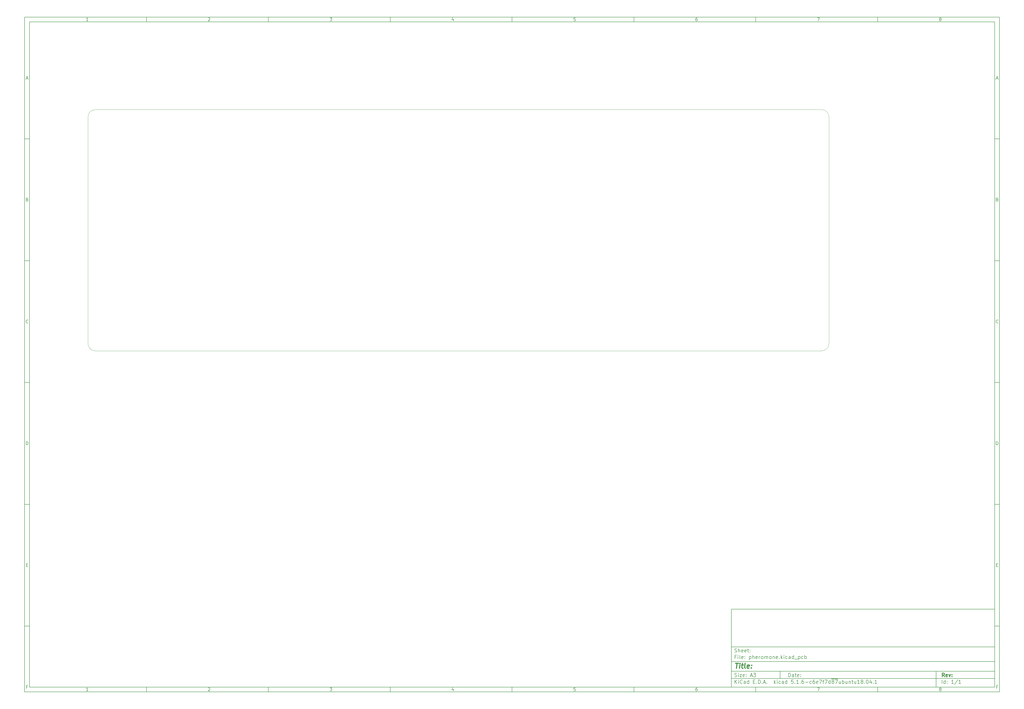
<source format=gm1>
G04 #@! TF.GenerationSoftware,KiCad,Pcbnew,5.1.6-c6e7f7d~87~ubuntu18.04.1*
G04 #@! TF.CreationDate,2020-08-29T00:17:55+02:00*
G04 #@! TF.ProjectId,pheromone,70686572-6f6d-46f6-9e65-2e6b69636164,rev?*
G04 #@! TF.SameCoordinates,Original*
G04 #@! TF.FileFunction,Profile,NP*
%FSLAX46Y46*%
G04 Gerber Fmt 4.6, Leading zero omitted, Abs format (unit mm)*
G04 Created by KiCad (PCBNEW 5.1.6-c6e7f7d~87~ubuntu18.04.1) date 2020-08-29 00:17:55*
%MOMM*%
%LPD*%
G01*
G04 APERTURE LIST*
%ADD10C,0.100000*%
%ADD11C,0.150000*%
%ADD12C,0.300000*%
%ADD13C,0.400000*%
G04 #@! TA.AperFunction,Profile*
%ADD14C,0.100000*%
G04 #@! TD*
G04 APERTURE END LIST*
D10*
D11*
X299989000Y-253002200D02*
X299989000Y-285002200D01*
X407989000Y-285002200D01*
X407989000Y-253002200D01*
X299989000Y-253002200D01*
D10*
D11*
X10000000Y-10000000D02*
X10000000Y-287002200D01*
X409989000Y-287002200D01*
X409989000Y-10000000D01*
X10000000Y-10000000D01*
D10*
D11*
X12000000Y-12000000D02*
X12000000Y-285002200D01*
X407989000Y-285002200D01*
X407989000Y-12000000D01*
X12000000Y-12000000D01*
D10*
D11*
X60000000Y-12000000D02*
X60000000Y-10000000D01*
D10*
D11*
X110000000Y-12000000D02*
X110000000Y-10000000D01*
D10*
D11*
X160000000Y-12000000D02*
X160000000Y-10000000D01*
D10*
D11*
X210000000Y-12000000D02*
X210000000Y-10000000D01*
D10*
D11*
X260000000Y-12000000D02*
X260000000Y-10000000D01*
D10*
D11*
X310000000Y-12000000D02*
X310000000Y-10000000D01*
D10*
D11*
X360000000Y-12000000D02*
X360000000Y-10000000D01*
D10*
D11*
X36065476Y-11588095D02*
X35322619Y-11588095D01*
X35694047Y-11588095D02*
X35694047Y-10288095D01*
X35570238Y-10473809D01*
X35446428Y-10597619D01*
X35322619Y-10659523D01*
D10*
D11*
X85322619Y-10411904D02*
X85384523Y-10350000D01*
X85508333Y-10288095D01*
X85817857Y-10288095D01*
X85941666Y-10350000D01*
X86003571Y-10411904D01*
X86065476Y-10535714D01*
X86065476Y-10659523D01*
X86003571Y-10845238D01*
X85260714Y-11588095D01*
X86065476Y-11588095D01*
D10*
D11*
X135260714Y-10288095D02*
X136065476Y-10288095D01*
X135632142Y-10783333D01*
X135817857Y-10783333D01*
X135941666Y-10845238D01*
X136003571Y-10907142D01*
X136065476Y-11030952D01*
X136065476Y-11340476D01*
X136003571Y-11464285D01*
X135941666Y-11526190D01*
X135817857Y-11588095D01*
X135446428Y-11588095D01*
X135322619Y-11526190D01*
X135260714Y-11464285D01*
D10*
D11*
X185941666Y-10721428D02*
X185941666Y-11588095D01*
X185632142Y-10226190D02*
X185322619Y-11154761D01*
X186127380Y-11154761D01*
D10*
D11*
X236003571Y-10288095D02*
X235384523Y-10288095D01*
X235322619Y-10907142D01*
X235384523Y-10845238D01*
X235508333Y-10783333D01*
X235817857Y-10783333D01*
X235941666Y-10845238D01*
X236003571Y-10907142D01*
X236065476Y-11030952D01*
X236065476Y-11340476D01*
X236003571Y-11464285D01*
X235941666Y-11526190D01*
X235817857Y-11588095D01*
X235508333Y-11588095D01*
X235384523Y-11526190D01*
X235322619Y-11464285D01*
D10*
D11*
X285941666Y-10288095D02*
X285694047Y-10288095D01*
X285570238Y-10350000D01*
X285508333Y-10411904D01*
X285384523Y-10597619D01*
X285322619Y-10845238D01*
X285322619Y-11340476D01*
X285384523Y-11464285D01*
X285446428Y-11526190D01*
X285570238Y-11588095D01*
X285817857Y-11588095D01*
X285941666Y-11526190D01*
X286003571Y-11464285D01*
X286065476Y-11340476D01*
X286065476Y-11030952D01*
X286003571Y-10907142D01*
X285941666Y-10845238D01*
X285817857Y-10783333D01*
X285570238Y-10783333D01*
X285446428Y-10845238D01*
X285384523Y-10907142D01*
X285322619Y-11030952D01*
D10*
D11*
X335260714Y-10288095D02*
X336127380Y-10288095D01*
X335570238Y-11588095D01*
D10*
D11*
X385570238Y-10845238D02*
X385446428Y-10783333D01*
X385384523Y-10721428D01*
X385322619Y-10597619D01*
X385322619Y-10535714D01*
X385384523Y-10411904D01*
X385446428Y-10350000D01*
X385570238Y-10288095D01*
X385817857Y-10288095D01*
X385941666Y-10350000D01*
X386003571Y-10411904D01*
X386065476Y-10535714D01*
X386065476Y-10597619D01*
X386003571Y-10721428D01*
X385941666Y-10783333D01*
X385817857Y-10845238D01*
X385570238Y-10845238D01*
X385446428Y-10907142D01*
X385384523Y-10969047D01*
X385322619Y-11092857D01*
X385322619Y-11340476D01*
X385384523Y-11464285D01*
X385446428Y-11526190D01*
X385570238Y-11588095D01*
X385817857Y-11588095D01*
X385941666Y-11526190D01*
X386003571Y-11464285D01*
X386065476Y-11340476D01*
X386065476Y-11092857D01*
X386003571Y-10969047D01*
X385941666Y-10907142D01*
X385817857Y-10845238D01*
D10*
D11*
X60000000Y-285002200D02*
X60000000Y-287002200D01*
D10*
D11*
X110000000Y-285002200D02*
X110000000Y-287002200D01*
D10*
D11*
X160000000Y-285002200D02*
X160000000Y-287002200D01*
D10*
D11*
X210000000Y-285002200D02*
X210000000Y-287002200D01*
D10*
D11*
X260000000Y-285002200D02*
X260000000Y-287002200D01*
D10*
D11*
X310000000Y-285002200D02*
X310000000Y-287002200D01*
D10*
D11*
X360000000Y-285002200D02*
X360000000Y-287002200D01*
D10*
D11*
X36065476Y-286590295D02*
X35322619Y-286590295D01*
X35694047Y-286590295D02*
X35694047Y-285290295D01*
X35570238Y-285476009D01*
X35446428Y-285599819D01*
X35322619Y-285661723D01*
D10*
D11*
X85322619Y-285414104D02*
X85384523Y-285352200D01*
X85508333Y-285290295D01*
X85817857Y-285290295D01*
X85941666Y-285352200D01*
X86003571Y-285414104D01*
X86065476Y-285537914D01*
X86065476Y-285661723D01*
X86003571Y-285847438D01*
X85260714Y-286590295D01*
X86065476Y-286590295D01*
D10*
D11*
X135260714Y-285290295D02*
X136065476Y-285290295D01*
X135632142Y-285785533D01*
X135817857Y-285785533D01*
X135941666Y-285847438D01*
X136003571Y-285909342D01*
X136065476Y-286033152D01*
X136065476Y-286342676D01*
X136003571Y-286466485D01*
X135941666Y-286528390D01*
X135817857Y-286590295D01*
X135446428Y-286590295D01*
X135322619Y-286528390D01*
X135260714Y-286466485D01*
D10*
D11*
X185941666Y-285723628D02*
X185941666Y-286590295D01*
X185632142Y-285228390D02*
X185322619Y-286156961D01*
X186127380Y-286156961D01*
D10*
D11*
X236003571Y-285290295D02*
X235384523Y-285290295D01*
X235322619Y-285909342D01*
X235384523Y-285847438D01*
X235508333Y-285785533D01*
X235817857Y-285785533D01*
X235941666Y-285847438D01*
X236003571Y-285909342D01*
X236065476Y-286033152D01*
X236065476Y-286342676D01*
X236003571Y-286466485D01*
X235941666Y-286528390D01*
X235817857Y-286590295D01*
X235508333Y-286590295D01*
X235384523Y-286528390D01*
X235322619Y-286466485D01*
D10*
D11*
X285941666Y-285290295D02*
X285694047Y-285290295D01*
X285570238Y-285352200D01*
X285508333Y-285414104D01*
X285384523Y-285599819D01*
X285322619Y-285847438D01*
X285322619Y-286342676D01*
X285384523Y-286466485D01*
X285446428Y-286528390D01*
X285570238Y-286590295D01*
X285817857Y-286590295D01*
X285941666Y-286528390D01*
X286003571Y-286466485D01*
X286065476Y-286342676D01*
X286065476Y-286033152D01*
X286003571Y-285909342D01*
X285941666Y-285847438D01*
X285817857Y-285785533D01*
X285570238Y-285785533D01*
X285446428Y-285847438D01*
X285384523Y-285909342D01*
X285322619Y-286033152D01*
D10*
D11*
X335260714Y-285290295D02*
X336127380Y-285290295D01*
X335570238Y-286590295D01*
D10*
D11*
X385570238Y-285847438D02*
X385446428Y-285785533D01*
X385384523Y-285723628D01*
X385322619Y-285599819D01*
X385322619Y-285537914D01*
X385384523Y-285414104D01*
X385446428Y-285352200D01*
X385570238Y-285290295D01*
X385817857Y-285290295D01*
X385941666Y-285352200D01*
X386003571Y-285414104D01*
X386065476Y-285537914D01*
X386065476Y-285599819D01*
X386003571Y-285723628D01*
X385941666Y-285785533D01*
X385817857Y-285847438D01*
X385570238Y-285847438D01*
X385446428Y-285909342D01*
X385384523Y-285971247D01*
X385322619Y-286095057D01*
X385322619Y-286342676D01*
X385384523Y-286466485D01*
X385446428Y-286528390D01*
X385570238Y-286590295D01*
X385817857Y-286590295D01*
X385941666Y-286528390D01*
X386003571Y-286466485D01*
X386065476Y-286342676D01*
X386065476Y-286095057D01*
X386003571Y-285971247D01*
X385941666Y-285909342D01*
X385817857Y-285847438D01*
D10*
D11*
X10000000Y-60000000D02*
X12000000Y-60000000D01*
D10*
D11*
X10000000Y-110000000D02*
X12000000Y-110000000D01*
D10*
D11*
X10000000Y-160000000D02*
X12000000Y-160000000D01*
D10*
D11*
X10000000Y-210000000D02*
X12000000Y-210000000D01*
D10*
D11*
X10000000Y-260000000D02*
X12000000Y-260000000D01*
D10*
D11*
X10690476Y-35216666D02*
X11309523Y-35216666D01*
X10566666Y-35588095D02*
X11000000Y-34288095D01*
X11433333Y-35588095D01*
D10*
D11*
X11092857Y-84907142D02*
X11278571Y-84969047D01*
X11340476Y-85030952D01*
X11402380Y-85154761D01*
X11402380Y-85340476D01*
X11340476Y-85464285D01*
X11278571Y-85526190D01*
X11154761Y-85588095D01*
X10659523Y-85588095D01*
X10659523Y-84288095D01*
X11092857Y-84288095D01*
X11216666Y-84350000D01*
X11278571Y-84411904D01*
X11340476Y-84535714D01*
X11340476Y-84659523D01*
X11278571Y-84783333D01*
X11216666Y-84845238D01*
X11092857Y-84907142D01*
X10659523Y-84907142D01*
D10*
D11*
X11402380Y-135464285D02*
X11340476Y-135526190D01*
X11154761Y-135588095D01*
X11030952Y-135588095D01*
X10845238Y-135526190D01*
X10721428Y-135402380D01*
X10659523Y-135278571D01*
X10597619Y-135030952D01*
X10597619Y-134845238D01*
X10659523Y-134597619D01*
X10721428Y-134473809D01*
X10845238Y-134350000D01*
X11030952Y-134288095D01*
X11154761Y-134288095D01*
X11340476Y-134350000D01*
X11402380Y-134411904D01*
D10*
D11*
X10659523Y-185588095D02*
X10659523Y-184288095D01*
X10969047Y-184288095D01*
X11154761Y-184350000D01*
X11278571Y-184473809D01*
X11340476Y-184597619D01*
X11402380Y-184845238D01*
X11402380Y-185030952D01*
X11340476Y-185278571D01*
X11278571Y-185402380D01*
X11154761Y-185526190D01*
X10969047Y-185588095D01*
X10659523Y-185588095D01*
D10*
D11*
X10721428Y-234907142D02*
X11154761Y-234907142D01*
X11340476Y-235588095D02*
X10721428Y-235588095D01*
X10721428Y-234288095D01*
X11340476Y-234288095D01*
D10*
D11*
X11185714Y-284907142D02*
X10752380Y-284907142D01*
X10752380Y-285588095D02*
X10752380Y-284288095D01*
X11371428Y-284288095D01*
D10*
D11*
X409989000Y-60000000D02*
X407989000Y-60000000D01*
D10*
D11*
X409989000Y-110000000D02*
X407989000Y-110000000D01*
D10*
D11*
X409989000Y-160000000D02*
X407989000Y-160000000D01*
D10*
D11*
X409989000Y-210000000D02*
X407989000Y-210000000D01*
D10*
D11*
X409989000Y-260000000D02*
X407989000Y-260000000D01*
D10*
D11*
X408679476Y-35216666D02*
X409298523Y-35216666D01*
X408555666Y-35588095D02*
X408989000Y-34288095D01*
X409422333Y-35588095D01*
D10*
D11*
X409081857Y-84907142D02*
X409267571Y-84969047D01*
X409329476Y-85030952D01*
X409391380Y-85154761D01*
X409391380Y-85340476D01*
X409329476Y-85464285D01*
X409267571Y-85526190D01*
X409143761Y-85588095D01*
X408648523Y-85588095D01*
X408648523Y-84288095D01*
X409081857Y-84288095D01*
X409205666Y-84350000D01*
X409267571Y-84411904D01*
X409329476Y-84535714D01*
X409329476Y-84659523D01*
X409267571Y-84783333D01*
X409205666Y-84845238D01*
X409081857Y-84907142D01*
X408648523Y-84907142D01*
D10*
D11*
X409391380Y-135464285D02*
X409329476Y-135526190D01*
X409143761Y-135588095D01*
X409019952Y-135588095D01*
X408834238Y-135526190D01*
X408710428Y-135402380D01*
X408648523Y-135278571D01*
X408586619Y-135030952D01*
X408586619Y-134845238D01*
X408648523Y-134597619D01*
X408710428Y-134473809D01*
X408834238Y-134350000D01*
X409019952Y-134288095D01*
X409143761Y-134288095D01*
X409329476Y-134350000D01*
X409391380Y-134411904D01*
D10*
D11*
X408648523Y-185588095D02*
X408648523Y-184288095D01*
X408958047Y-184288095D01*
X409143761Y-184350000D01*
X409267571Y-184473809D01*
X409329476Y-184597619D01*
X409391380Y-184845238D01*
X409391380Y-185030952D01*
X409329476Y-185278571D01*
X409267571Y-185402380D01*
X409143761Y-185526190D01*
X408958047Y-185588095D01*
X408648523Y-185588095D01*
D10*
D11*
X408710428Y-234907142D02*
X409143761Y-234907142D01*
X409329476Y-235588095D02*
X408710428Y-235588095D01*
X408710428Y-234288095D01*
X409329476Y-234288095D01*
D10*
D11*
X409174714Y-284907142D02*
X408741380Y-284907142D01*
X408741380Y-285588095D02*
X408741380Y-284288095D01*
X409360428Y-284288095D01*
D10*
D11*
X323421142Y-280780771D02*
X323421142Y-279280771D01*
X323778285Y-279280771D01*
X323992571Y-279352200D01*
X324135428Y-279495057D01*
X324206857Y-279637914D01*
X324278285Y-279923628D01*
X324278285Y-280137914D01*
X324206857Y-280423628D01*
X324135428Y-280566485D01*
X323992571Y-280709342D01*
X323778285Y-280780771D01*
X323421142Y-280780771D01*
X325564000Y-280780771D02*
X325564000Y-279995057D01*
X325492571Y-279852200D01*
X325349714Y-279780771D01*
X325064000Y-279780771D01*
X324921142Y-279852200D01*
X325564000Y-280709342D02*
X325421142Y-280780771D01*
X325064000Y-280780771D01*
X324921142Y-280709342D01*
X324849714Y-280566485D01*
X324849714Y-280423628D01*
X324921142Y-280280771D01*
X325064000Y-280209342D01*
X325421142Y-280209342D01*
X325564000Y-280137914D01*
X326064000Y-279780771D02*
X326635428Y-279780771D01*
X326278285Y-279280771D02*
X326278285Y-280566485D01*
X326349714Y-280709342D01*
X326492571Y-280780771D01*
X326635428Y-280780771D01*
X327706857Y-280709342D02*
X327564000Y-280780771D01*
X327278285Y-280780771D01*
X327135428Y-280709342D01*
X327064000Y-280566485D01*
X327064000Y-279995057D01*
X327135428Y-279852200D01*
X327278285Y-279780771D01*
X327564000Y-279780771D01*
X327706857Y-279852200D01*
X327778285Y-279995057D01*
X327778285Y-280137914D01*
X327064000Y-280280771D01*
X328421142Y-280637914D02*
X328492571Y-280709342D01*
X328421142Y-280780771D01*
X328349714Y-280709342D01*
X328421142Y-280637914D01*
X328421142Y-280780771D01*
X328421142Y-279852200D02*
X328492571Y-279923628D01*
X328421142Y-279995057D01*
X328349714Y-279923628D01*
X328421142Y-279852200D01*
X328421142Y-279995057D01*
D10*
D11*
X299989000Y-281502200D02*
X407989000Y-281502200D01*
D10*
D11*
X301421142Y-283580771D02*
X301421142Y-282080771D01*
X302278285Y-283580771D02*
X301635428Y-282723628D01*
X302278285Y-282080771D02*
X301421142Y-282937914D01*
X302921142Y-283580771D02*
X302921142Y-282580771D01*
X302921142Y-282080771D02*
X302849714Y-282152200D01*
X302921142Y-282223628D01*
X302992571Y-282152200D01*
X302921142Y-282080771D01*
X302921142Y-282223628D01*
X304492571Y-283437914D02*
X304421142Y-283509342D01*
X304206857Y-283580771D01*
X304064000Y-283580771D01*
X303849714Y-283509342D01*
X303706857Y-283366485D01*
X303635428Y-283223628D01*
X303564000Y-282937914D01*
X303564000Y-282723628D01*
X303635428Y-282437914D01*
X303706857Y-282295057D01*
X303849714Y-282152200D01*
X304064000Y-282080771D01*
X304206857Y-282080771D01*
X304421142Y-282152200D01*
X304492571Y-282223628D01*
X305778285Y-283580771D02*
X305778285Y-282795057D01*
X305706857Y-282652200D01*
X305564000Y-282580771D01*
X305278285Y-282580771D01*
X305135428Y-282652200D01*
X305778285Y-283509342D02*
X305635428Y-283580771D01*
X305278285Y-283580771D01*
X305135428Y-283509342D01*
X305064000Y-283366485D01*
X305064000Y-283223628D01*
X305135428Y-283080771D01*
X305278285Y-283009342D01*
X305635428Y-283009342D01*
X305778285Y-282937914D01*
X307135428Y-283580771D02*
X307135428Y-282080771D01*
X307135428Y-283509342D02*
X306992571Y-283580771D01*
X306706857Y-283580771D01*
X306564000Y-283509342D01*
X306492571Y-283437914D01*
X306421142Y-283295057D01*
X306421142Y-282866485D01*
X306492571Y-282723628D01*
X306564000Y-282652200D01*
X306706857Y-282580771D01*
X306992571Y-282580771D01*
X307135428Y-282652200D01*
X308992571Y-282795057D02*
X309492571Y-282795057D01*
X309706857Y-283580771D02*
X308992571Y-283580771D01*
X308992571Y-282080771D01*
X309706857Y-282080771D01*
X310349714Y-283437914D02*
X310421142Y-283509342D01*
X310349714Y-283580771D01*
X310278285Y-283509342D01*
X310349714Y-283437914D01*
X310349714Y-283580771D01*
X311064000Y-283580771D02*
X311064000Y-282080771D01*
X311421142Y-282080771D01*
X311635428Y-282152200D01*
X311778285Y-282295057D01*
X311849714Y-282437914D01*
X311921142Y-282723628D01*
X311921142Y-282937914D01*
X311849714Y-283223628D01*
X311778285Y-283366485D01*
X311635428Y-283509342D01*
X311421142Y-283580771D01*
X311064000Y-283580771D01*
X312564000Y-283437914D02*
X312635428Y-283509342D01*
X312564000Y-283580771D01*
X312492571Y-283509342D01*
X312564000Y-283437914D01*
X312564000Y-283580771D01*
X313206857Y-283152200D02*
X313921142Y-283152200D01*
X313064000Y-283580771D02*
X313564000Y-282080771D01*
X314064000Y-283580771D01*
X314564000Y-283437914D02*
X314635428Y-283509342D01*
X314564000Y-283580771D01*
X314492571Y-283509342D01*
X314564000Y-283437914D01*
X314564000Y-283580771D01*
X317564000Y-283580771D02*
X317564000Y-282080771D01*
X317706857Y-283009342D02*
X318135428Y-283580771D01*
X318135428Y-282580771D02*
X317564000Y-283152200D01*
X318778285Y-283580771D02*
X318778285Y-282580771D01*
X318778285Y-282080771D02*
X318706857Y-282152200D01*
X318778285Y-282223628D01*
X318849714Y-282152200D01*
X318778285Y-282080771D01*
X318778285Y-282223628D01*
X320135428Y-283509342D02*
X319992571Y-283580771D01*
X319706857Y-283580771D01*
X319564000Y-283509342D01*
X319492571Y-283437914D01*
X319421142Y-283295057D01*
X319421142Y-282866485D01*
X319492571Y-282723628D01*
X319564000Y-282652200D01*
X319706857Y-282580771D01*
X319992571Y-282580771D01*
X320135428Y-282652200D01*
X321421142Y-283580771D02*
X321421142Y-282795057D01*
X321349714Y-282652200D01*
X321206857Y-282580771D01*
X320921142Y-282580771D01*
X320778285Y-282652200D01*
X321421142Y-283509342D02*
X321278285Y-283580771D01*
X320921142Y-283580771D01*
X320778285Y-283509342D01*
X320706857Y-283366485D01*
X320706857Y-283223628D01*
X320778285Y-283080771D01*
X320921142Y-283009342D01*
X321278285Y-283009342D01*
X321421142Y-282937914D01*
X322778285Y-283580771D02*
X322778285Y-282080771D01*
X322778285Y-283509342D02*
X322635428Y-283580771D01*
X322349714Y-283580771D01*
X322206857Y-283509342D01*
X322135428Y-283437914D01*
X322064000Y-283295057D01*
X322064000Y-282866485D01*
X322135428Y-282723628D01*
X322206857Y-282652200D01*
X322349714Y-282580771D01*
X322635428Y-282580771D01*
X322778285Y-282652200D01*
X325349714Y-282080771D02*
X324635428Y-282080771D01*
X324564000Y-282795057D01*
X324635428Y-282723628D01*
X324778285Y-282652200D01*
X325135428Y-282652200D01*
X325278285Y-282723628D01*
X325349714Y-282795057D01*
X325421142Y-282937914D01*
X325421142Y-283295057D01*
X325349714Y-283437914D01*
X325278285Y-283509342D01*
X325135428Y-283580771D01*
X324778285Y-283580771D01*
X324635428Y-283509342D01*
X324564000Y-283437914D01*
X326064000Y-283437914D02*
X326135428Y-283509342D01*
X326064000Y-283580771D01*
X325992571Y-283509342D01*
X326064000Y-283437914D01*
X326064000Y-283580771D01*
X327564000Y-283580771D02*
X326706857Y-283580771D01*
X327135428Y-283580771D02*
X327135428Y-282080771D01*
X326992571Y-282295057D01*
X326849714Y-282437914D01*
X326706857Y-282509342D01*
X328206857Y-283437914D02*
X328278285Y-283509342D01*
X328206857Y-283580771D01*
X328135428Y-283509342D01*
X328206857Y-283437914D01*
X328206857Y-283580771D01*
X329564000Y-282080771D02*
X329278285Y-282080771D01*
X329135428Y-282152200D01*
X329064000Y-282223628D01*
X328921142Y-282437914D01*
X328849714Y-282723628D01*
X328849714Y-283295057D01*
X328921142Y-283437914D01*
X328992571Y-283509342D01*
X329135428Y-283580771D01*
X329421142Y-283580771D01*
X329564000Y-283509342D01*
X329635428Y-283437914D01*
X329706857Y-283295057D01*
X329706857Y-282937914D01*
X329635428Y-282795057D01*
X329564000Y-282723628D01*
X329421142Y-282652200D01*
X329135428Y-282652200D01*
X328992571Y-282723628D01*
X328921142Y-282795057D01*
X328849714Y-282937914D01*
X330349714Y-283009342D02*
X331492571Y-283009342D01*
X332849714Y-283509342D02*
X332706857Y-283580771D01*
X332421142Y-283580771D01*
X332278285Y-283509342D01*
X332206857Y-283437914D01*
X332135428Y-283295057D01*
X332135428Y-282866485D01*
X332206857Y-282723628D01*
X332278285Y-282652200D01*
X332421142Y-282580771D01*
X332706857Y-282580771D01*
X332849714Y-282652200D01*
X334135428Y-282080771D02*
X333849714Y-282080771D01*
X333706857Y-282152200D01*
X333635428Y-282223628D01*
X333492571Y-282437914D01*
X333421142Y-282723628D01*
X333421142Y-283295057D01*
X333492571Y-283437914D01*
X333564000Y-283509342D01*
X333706857Y-283580771D01*
X333992571Y-283580771D01*
X334135428Y-283509342D01*
X334206857Y-283437914D01*
X334278285Y-283295057D01*
X334278285Y-282937914D01*
X334206857Y-282795057D01*
X334135428Y-282723628D01*
X333992571Y-282652200D01*
X333706857Y-282652200D01*
X333564000Y-282723628D01*
X333492571Y-282795057D01*
X333421142Y-282937914D01*
X335492571Y-283509342D02*
X335349714Y-283580771D01*
X335064000Y-283580771D01*
X334921142Y-283509342D01*
X334849714Y-283366485D01*
X334849714Y-282795057D01*
X334921142Y-282652200D01*
X335064000Y-282580771D01*
X335349714Y-282580771D01*
X335492571Y-282652200D01*
X335564000Y-282795057D01*
X335564000Y-282937914D01*
X334849714Y-283080771D01*
X336064000Y-282080771D02*
X337064000Y-282080771D01*
X336421142Y-283580771D01*
X337421142Y-282580771D02*
X337992571Y-282580771D01*
X337635428Y-283580771D02*
X337635428Y-282295057D01*
X337706857Y-282152200D01*
X337849714Y-282080771D01*
X337992571Y-282080771D01*
X338349714Y-282080771D02*
X339349714Y-282080771D01*
X338706857Y-283580771D01*
X340564000Y-283580771D02*
X340564000Y-282080771D01*
X340564000Y-283509342D02*
X340421142Y-283580771D01*
X340135428Y-283580771D01*
X339992571Y-283509342D01*
X339921142Y-283437914D01*
X339849714Y-283295057D01*
X339849714Y-282866485D01*
X339921142Y-282723628D01*
X339992571Y-282652200D01*
X340135428Y-282580771D01*
X340421142Y-282580771D01*
X340564000Y-282652200D01*
X340921142Y-281672200D02*
X342349714Y-281672200D01*
X341492571Y-282723628D02*
X341349714Y-282652200D01*
X341278285Y-282580771D01*
X341206857Y-282437914D01*
X341206857Y-282366485D01*
X341278285Y-282223628D01*
X341349714Y-282152200D01*
X341492571Y-282080771D01*
X341778285Y-282080771D01*
X341921142Y-282152200D01*
X341992571Y-282223628D01*
X342064000Y-282366485D01*
X342064000Y-282437914D01*
X341992571Y-282580771D01*
X341921142Y-282652200D01*
X341778285Y-282723628D01*
X341492571Y-282723628D01*
X341349714Y-282795057D01*
X341278285Y-282866485D01*
X341206857Y-283009342D01*
X341206857Y-283295057D01*
X341278285Y-283437914D01*
X341349714Y-283509342D01*
X341492571Y-283580771D01*
X341778285Y-283580771D01*
X341921142Y-283509342D01*
X341992571Y-283437914D01*
X342064000Y-283295057D01*
X342064000Y-283009342D01*
X341992571Y-282866485D01*
X341921142Y-282795057D01*
X341778285Y-282723628D01*
X342349714Y-281672200D02*
X343778285Y-281672200D01*
X342564000Y-282080771D02*
X343564000Y-282080771D01*
X342921142Y-283580771D01*
X344778285Y-282580771D02*
X344778285Y-283580771D01*
X344135428Y-282580771D02*
X344135428Y-283366485D01*
X344206857Y-283509342D01*
X344349714Y-283580771D01*
X344564000Y-283580771D01*
X344706857Y-283509342D01*
X344778285Y-283437914D01*
X345492571Y-283580771D02*
X345492571Y-282080771D01*
X345492571Y-282652200D02*
X345635428Y-282580771D01*
X345921142Y-282580771D01*
X346064000Y-282652200D01*
X346135428Y-282723628D01*
X346206857Y-282866485D01*
X346206857Y-283295057D01*
X346135428Y-283437914D01*
X346064000Y-283509342D01*
X345921142Y-283580771D01*
X345635428Y-283580771D01*
X345492571Y-283509342D01*
X347492571Y-282580771D02*
X347492571Y-283580771D01*
X346849714Y-282580771D02*
X346849714Y-283366485D01*
X346921142Y-283509342D01*
X347064000Y-283580771D01*
X347278285Y-283580771D01*
X347421142Y-283509342D01*
X347492571Y-283437914D01*
X348206857Y-282580771D02*
X348206857Y-283580771D01*
X348206857Y-282723628D02*
X348278285Y-282652200D01*
X348421142Y-282580771D01*
X348635428Y-282580771D01*
X348778285Y-282652200D01*
X348849714Y-282795057D01*
X348849714Y-283580771D01*
X349349714Y-282580771D02*
X349921142Y-282580771D01*
X349564000Y-282080771D02*
X349564000Y-283366485D01*
X349635428Y-283509342D01*
X349778285Y-283580771D01*
X349921142Y-283580771D01*
X351064000Y-282580771D02*
X351064000Y-283580771D01*
X350421142Y-282580771D02*
X350421142Y-283366485D01*
X350492571Y-283509342D01*
X350635428Y-283580771D01*
X350849714Y-283580771D01*
X350992571Y-283509342D01*
X351064000Y-283437914D01*
X352564000Y-283580771D02*
X351706857Y-283580771D01*
X352135428Y-283580771D02*
X352135428Y-282080771D01*
X351992571Y-282295057D01*
X351849714Y-282437914D01*
X351706857Y-282509342D01*
X353421142Y-282723628D02*
X353278285Y-282652200D01*
X353206857Y-282580771D01*
X353135428Y-282437914D01*
X353135428Y-282366485D01*
X353206857Y-282223628D01*
X353278285Y-282152200D01*
X353421142Y-282080771D01*
X353706857Y-282080771D01*
X353849714Y-282152200D01*
X353921142Y-282223628D01*
X353992571Y-282366485D01*
X353992571Y-282437914D01*
X353921142Y-282580771D01*
X353849714Y-282652200D01*
X353706857Y-282723628D01*
X353421142Y-282723628D01*
X353278285Y-282795057D01*
X353206857Y-282866485D01*
X353135428Y-283009342D01*
X353135428Y-283295057D01*
X353206857Y-283437914D01*
X353278285Y-283509342D01*
X353421142Y-283580771D01*
X353706857Y-283580771D01*
X353849714Y-283509342D01*
X353921142Y-283437914D01*
X353992571Y-283295057D01*
X353992571Y-283009342D01*
X353921142Y-282866485D01*
X353849714Y-282795057D01*
X353706857Y-282723628D01*
X354635428Y-283437914D02*
X354706857Y-283509342D01*
X354635428Y-283580771D01*
X354564000Y-283509342D01*
X354635428Y-283437914D01*
X354635428Y-283580771D01*
X355635428Y-282080771D02*
X355778285Y-282080771D01*
X355921142Y-282152200D01*
X355992571Y-282223628D01*
X356064000Y-282366485D01*
X356135428Y-282652200D01*
X356135428Y-283009342D01*
X356064000Y-283295057D01*
X355992571Y-283437914D01*
X355921142Y-283509342D01*
X355778285Y-283580771D01*
X355635428Y-283580771D01*
X355492571Y-283509342D01*
X355421142Y-283437914D01*
X355349714Y-283295057D01*
X355278285Y-283009342D01*
X355278285Y-282652200D01*
X355349714Y-282366485D01*
X355421142Y-282223628D01*
X355492571Y-282152200D01*
X355635428Y-282080771D01*
X357421142Y-282580771D02*
X357421142Y-283580771D01*
X357064000Y-282009342D02*
X356706857Y-283080771D01*
X357635428Y-283080771D01*
X358206857Y-283437914D02*
X358278285Y-283509342D01*
X358206857Y-283580771D01*
X358135428Y-283509342D01*
X358206857Y-283437914D01*
X358206857Y-283580771D01*
X359706857Y-283580771D02*
X358849714Y-283580771D01*
X359278285Y-283580771D02*
X359278285Y-282080771D01*
X359135428Y-282295057D01*
X358992571Y-282437914D01*
X358849714Y-282509342D01*
D10*
D11*
X299989000Y-278502200D02*
X407989000Y-278502200D01*
D10*
D12*
X387398285Y-280780771D02*
X386898285Y-280066485D01*
X386541142Y-280780771D02*
X386541142Y-279280771D01*
X387112571Y-279280771D01*
X387255428Y-279352200D01*
X387326857Y-279423628D01*
X387398285Y-279566485D01*
X387398285Y-279780771D01*
X387326857Y-279923628D01*
X387255428Y-279995057D01*
X387112571Y-280066485D01*
X386541142Y-280066485D01*
X388612571Y-280709342D02*
X388469714Y-280780771D01*
X388184000Y-280780771D01*
X388041142Y-280709342D01*
X387969714Y-280566485D01*
X387969714Y-279995057D01*
X388041142Y-279852200D01*
X388184000Y-279780771D01*
X388469714Y-279780771D01*
X388612571Y-279852200D01*
X388684000Y-279995057D01*
X388684000Y-280137914D01*
X387969714Y-280280771D01*
X389184000Y-279780771D02*
X389541142Y-280780771D01*
X389898285Y-279780771D01*
X390469714Y-280637914D02*
X390541142Y-280709342D01*
X390469714Y-280780771D01*
X390398285Y-280709342D01*
X390469714Y-280637914D01*
X390469714Y-280780771D01*
X390469714Y-279852200D02*
X390541142Y-279923628D01*
X390469714Y-279995057D01*
X390398285Y-279923628D01*
X390469714Y-279852200D01*
X390469714Y-279995057D01*
D10*
D11*
X301349714Y-280709342D02*
X301564000Y-280780771D01*
X301921142Y-280780771D01*
X302064000Y-280709342D01*
X302135428Y-280637914D01*
X302206857Y-280495057D01*
X302206857Y-280352200D01*
X302135428Y-280209342D01*
X302064000Y-280137914D01*
X301921142Y-280066485D01*
X301635428Y-279995057D01*
X301492571Y-279923628D01*
X301421142Y-279852200D01*
X301349714Y-279709342D01*
X301349714Y-279566485D01*
X301421142Y-279423628D01*
X301492571Y-279352200D01*
X301635428Y-279280771D01*
X301992571Y-279280771D01*
X302206857Y-279352200D01*
X302849714Y-280780771D02*
X302849714Y-279780771D01*
X302849714Y-279280771D02*
X302778285Y-279352200D01*
X302849714Y-279423628D01*
X302921142Y-279352200D01*
X302849714Y-279280771D01*
X302849714Y-279423628D01*
X303421142Y-279780771D02*
X304206857Y-279780771D01*
X303421142Y-280780771D01*
X304206857Y-280780771D01*
X305349714Y-280709342D02*
X305206857Y-280780771D01*
X304921142Y-280780771D01*
X304778285Y-280709342D01*
X304706857Y-280566485D01*
X304706857Y-279995057D01*
X304778285Y-279852200D01*
X304921142Y-279780771D01*
X305206857Y-279780771D01*
X305349714Y-279852200D01*
X305421142Y-279995057D01*
X305421142Y-280137914D01*
X304706857Y-280280771D01*
X306064000Y-280637914D02*
X306135428Y-280709342D01*
X306064000Y-280780771D01*
X305992571Y-280709342D01*
X306064000Y-280637914D01*
X306064000Y-280780771D01*
X306064000Y-279852200D02*
X306135428Y-279923628D01*
X306064000Y-279995057D01*
X305992571Y-279923628D01*
X306064000Y-279852200D01*
X306064000Y-279995057D01*
X307849714Y-280352200D02*
X308564000Y-280352200D01*
X307706857Y-280780771D02*
X308206857Y-279280771D01*
X308706857Y-280780771D01*
X309064000Y-279280771D02*
X309992571Y-279280771D01*
X309492571Y-279852200D01*
X309706857Y-279852200D01*
X309849714Y-279923628D01*
X309921142Y-279995057D01*
X309992571Y-280137914D01*
X309992571Y-280495057D01*
X309921142Y-280637914D01*
X309849714Y-280709342D01*
X309706857Y-280780771D01*
X309278285Y-280780771D01*
X309135428Y-280709342D01*
X309064000Y-280637914D01*
D10*
D11*
X386421142Y-283580771D02*
X386421142Y-282080771D01*
X387778285Y-283580771D02*
X387778285Y-282080771D01*
X387778285Y-283509342D02*
X387635428Y-283580771D01*
X387349714Y-283580771D01*
X387206857Y-283509342D01*
X387135428Y-283437914D01*
X387064000Y-283295057D01*
X387064000Y-282866485D01*
X387135428Y-282723628D01*
X387206857Y-282652200D01*
X387349714Y-282580771D01*
X387635428Y-282580771D01*
X387778285Y-282652200D01*
X388492571Y-283437914D02*
X388564000Y-283509342D01*
X388492571Y-283580771D01*
X388421142Y-283509342D01*
X388492571Y-283437914D01*
X388492571Y-283580771D01*
X388492571Y-282652200D02*
X388564000Y-282723628D01*
X388492571Y-282795057D01*
X388421142Y-282723628D01*
X388492571Y-282652200D01*
X388492571Y-282795057D01*
X391135428Y-283580771D02*
X390278285Y-283580771D01*
X390706857Y-283580771D02*
X390706857Y-282080771D01*
X390564000Y-282295057D01*
X390421142Y-282437914D01*
X390278285Y-282509342D01*
X392849714Y-282009342D02*
X391564000Y-283937914D01*
X394135428Y-283580771D02*
X393278285Y-283580771D01*
X393706857Y-283580771D02*
X393706857Y-282080771D01*
X393564000Y-282295057D01*
X393421142Y-282437914D01*
X393278285Y-282509342D01*
D10*
D11*
X299989000Y-274502200D02*
X407989000Y-274502200D01*
D10*
D13*
X301701380Y-275206961D02*
X302844238Y-275206961D01*
X302022809Y-277206961D02*
X302272809Y-275206961D01*
X303260904Y-277206961D02*
X303427571Y-275873628D01*
X303510904Y-275206961D02*
X303403761Y-275302200D01*
X303487095Y-275397438D01*
X303594238Y-275302200D01*
X303510904Y-275206961D01*
X303487095Y-275397438D01*
X304094238Y-275873628D02*
X304856142Y-275873628D01*
X304463285Y-275206961D02*
X304249000Y-276921247D01*
X304320428Y-277111723D01*
X304499000Y-277206961D01*
X304689476Y-277206961D01*
X305641857Y-277206961D02*
X305463285Y-277111723D01*
X305391857Y-276921247D01*
X305606142Y-275206961D01*
X307177571Y-277111723D02*
X306975190Y-277206961D01*
X306594238Y-277206961D01*
X306415666Y-277111723D01*
X306344238Y-276921247D01*
X306439476Y-276159342D01*
X306558523Y-275968866D01*
X306760904Y-275873628D01*
X307141857Y-275873628D01*
X307320428Y-275968866D01*
X307391857Y-276159342D01*
X307368047Y-276349819D01*
X306391857Y-276540295D01*
X308141857Y-277016485D02*
X308225190Y-277111723D01*
X308118047Y-277206961D01*
X308034714Y-277111723D01*
X308141857Y-277016485D01*
X308118047Y-277206961D01*
X308272809Y-275968866D02*
X308356142Y-276064104D01*
X308249000Y-276159342D01*
X308165666Y-276064104D01*
X308272809Y-275968866D01*
X308249000Y-276159342D01*
D10*
D11*
X301921142Y-272595057D02*
X301421142Y-272595057D01*
X301421142Y-273380771D02*
X301421142Y-271880771D01*
X302135428Y-271880771D01*
X302706857Y-273380771D02*
X302706857Y-272380771D01*
X302706857Y-271880771D02*
X302635428Y-271952200D01*
X302706857Y-272023628D01*
X302778285Y-271952200D01*
X302706857Y-271880771D01*
X302706857Y-272023628D01*
X303635428Y-273380771D02*
X303492571Y-273309342D01*
X303421142Y-273166485D01*
X303421142Y-271880771D01*
X304778285Y-273309342D02*
X304635428Y-273380771D01*
X304349714Y-273380771D01*
X304206857Y-273309342D01*
X304135428Y-273166485D01*
X304135428Y-272595057D01*
X304206857Y-272452200D01*
X304349714Y-272380771D01*
X304635428Y-272380771D01*
X304778285Y-272452200D01*
X304849714Y-272595057D01*
X304849714Y-272737914D01*
X304135428Y-272880771D01*
X305492571Y-273237914D02*
X305564000Y-273309342D01*
X305492571Y-273380771D01*
X305421142Y-273309342D01*
X305492571Y-273237914D01*
X305492571Y-273380771D01*
X305492571Y-272452200D02*
X305564000Y-272523628D01*
X305492571Y-272595057D01*
X305421142Y-272523628D01*
X305492571Y-272452200D01*
X305492571Y-272595057D01*
X307349714Y-272380771D02*
X307349714Y-273880771D01*
X307349714Y-272452200D02*
X307492571Y-272380771D01*
X307778285Y-272380771D01*
X307921142Y-272452200D01*
X307992571Y-272523628D01*
X308064000Y-272666485D01*
X308064000Y-273095057D01*
X307992571Y-273237914D01*
X307921142Y-273309342D01*
X307778285Y-273380771D01*
X307492571Y-273380771D01*
X307349714Y-273309342D01*
X308706857Y-273380771D02*
X308706857Y-271880771D01*
X309349714Y-273380771D02*
X309349714Y-272595057D01*
X309278285Y-272452200D01*
X309135428Y-272380771D01*
X308921142Y-272380771D01*
X308778285Y-272452200D01*
X308706857Y-272523628D01*
X310635428Y-273309342D02*
X310492571Y-273380771D01*
X310206857Y-273380771D01*
X310064000Y-273309342D01*
X309992571Y-273166485D01*
X309992571Y-272595057D01*
X310064000Y-272452200D01*
X310206857Y-272380771D01*
X310492571Y-272380771D01*
X310635428Y-272452200D01*
X310706857Y-272595057D01*
X310706857Y-272737914D01*
X309992571Y-272880771D01*
X311349714Y-273380771D02*
X311349714Y-272380771D01*
X311349714Y-272666485D02*
X311421142Y-272523628D01*
X311492571Y-272452200D01*
X311635428Y-272380771D01*
X311778285Y-272380771D01*
X312492571Y-273380771D02*
X312349714Y-273309342D01*
X312278285Y-273237914D01*
X312206857Y-273095057D01*
X312206857Y-272666485D01*
X312278285Y-272523628D01*
X312349714Y-272452200D01*
X312492571Y-272380771D01*
X312706857Y-272380771D01*
X312849714Y-272452200D01*
X312921142Y-272523628D01*
X312992571Y-272666485D01*
X312992571Y-273095057D01*
X312921142Y-273237914D01*
X312849714Y-273309342D01*
X312706857Y-273380771D01*
X312492571Y-273380771D01*
X313635428Y-273380771D02*
X313635428Y-272380771D01*
X313635428Y-272523628D02*
X313706857Y-272452200D01*
X313849714Y-272380771D01*
X314064000Y-272380771D01*
X314206857Y-272452200D01*
X314278285Y-272595057D01*
X314278285Y-273380771D01*
X314278285Y-272595057D02*
X314349714Y-272452200D01*
X314492571Y-272380771D01*
X314706857Y-272380771D01*
X314849714Y-272452200D01*
X314921142Y-272595057D01*
X314921142Y-273380771D01*
X315849714Y-273380771D02*
X315706857Y-273309342D01*
X315635428Y-273237914D01*
X315564000Y-273095057D01*
X315564000Y-272666485D01*
X315635428Y-272523628D01*
X315706857Y-272452200D01*
X315849714Y-272380771D01*
X316064000Y-272380771D01*
X316206857Y-272452200D01*
X316278285Y-272523628D01*
X316349714Y-272666485D01*
X316349714Y-273095057D01*
X316278285Y-273237914D01*
X316206857Y-273309342D01*
X316064000Y-273380771D01*
X315849714Y-273380771D01*
X316992571Y-272380771D02*
X316992571Y-273380771D01*
X316992571Y-272523628D02*
X317064000Y-272452200D01*
X317206857Y-272380771D01*
X317421142Y-272380771D01*
X317564000Y-272452200D01*
X317635428Y-272595057D01*
X317635428Y-273380771D01*
X318921142Y-273309342D02*
X318778285Y-273380771D01*
X318492571Y-273380771D01*
X318349714Y-273309342D01*
X318278285Y-273166485D01*
X318278285Y-272595057D01*
X318349714Y-272452200D01*
X318492571Y-272380771D01*
X318778285Y-272380771D01*
X318921142Y-272452200D01*
X318992571Y-272595057D01*
X318992571Y-272737914D01*
X318278285Y-272880771D01*
X319635428Y-273237914D02*
X319706857Y-273309342D01*
X319635428Y-273380771D01*
X319564000Y-273309342D01*
X319635428Y-273237914D01*
X319635428Y-273380771D01*
X320349714Y-273380771D02*
X320349714Y-271880771D01*
X320492571Y-272809342D02*
X320921142Y-273380771D01*
X320921142Y-272380771D02*
X320349714Y-272952200D01*
X321564000Y-273380771D02*
X321564000Y-272380771D01*
X321564000Y-271880771D02*
X321492571Y-271952200D01*
X321564000Y-272023628D01*
X321635428Y-271952200D01*
X321564000Y-271880771D01*
X321564000Y-272023628D01*
X322921142Y-273309342D02*
X322778285Y-273380771D01*
X322492571Y-273380771D01*
X322349714Y-273309342D01*
X322278285Y-273237914D01*
X322206857Y-273095057D01*
X322206857Y-272666485D01*
X322278285Y-272523628D01*
X322349714Y-272452200D01*
X322492571Y-272380771D01*
X322778285Y-272380771D01*
X322921142Y-272452200D01*
X324206857Y-273380771D02*
X324206857Y-272595057D01*
X324135428Y-272452200D01*
X323992571Y-272380771D01*
X323706857Y-272380771D01*
X323564000Y-272452200D01*
X324206857Y-273309342D02*
X324064000Y-273380771D01*
X323706857Y-273380771D01*
X323564000Y-273309342D01*
X323492571Y-273166485D01*
X323492571Y-273023628D01*
X323564000Y-272880771D01*
X323706857Y-272809342D01*
X324064000Y-272809342D01*
X324206857Y-272737914D01*
X325564000Y-273380771D02*
X325564000Y-271880771D01*
X325564000Y-273309342D02*
X325421142Y-273380771D01*
X325135428Y-273380771D01*
X324992571Y-273309342D01*
X324921142Y-273237914D01*
X324849714Y-273095057D01*
X324849714Y-272666485D01*
X324921142Y-272523628D01*
X324992571Y-272452200D01*
X325135428Y-272380771D01*
X325421142Y-272380771D01*
X325564000Y-272452200D01*
X325921142Y-273523628D02*
X327064000Y-273523628D01*
X327421142Y-272380771D02*
X327421142Y-273880771D01*
X327421142Y-272452200D02*
X327564000Y-272380771D01*
X327849714Y-272380771D01*
X327992571Y-272452200D01*
X328064000Y-272523628D01*
X328135428Y-272666485D01*
X328135428Y-273095057D01*
X328064000Y-273237914D01*
X327992571Y-273309342D01*
X327849714Y-273380771D01*
X327564000Y-273380771D01*
X327421142Y-273309342D01*
X329421142Y-273309342D02*
X329278285Y-273380771D01*
X328992571Y-273380771D01*
X328849714Y-273309342D01*
X328778285Y-273237914D01*
X328706857Y-273095057D01*
X328706857Y-272666485D01*
X328778285Y-272523628D01*
X328849714Y-272452200D01*
X328992571Y-272380771D01*
X329278285Y-272380771D01*
X329421142Y-272452200D01*
X330064000Y-273380771D02*
X330064000Y-271880771D01*
X330064000Y-272452200D02*
X330206857Y-272380771D01*
X330492571Y-272380771D01*
X330635428Y-272452200D01*
X330706857Y-272523628D01*
X330778285Y-272666485D01*
X330778285Y-273095057D01*
X330706857Y-273237914D01*
X330635428Y-273309342D01*
X330492571Y-273380771D01*
X330206857Y-273380771D01*
X330064000Y-273309342D01*
D10*
D11*
X299989000Y-268502200D02*
X407989000Y-268502200D01*
D10*
D11*
X301349714Y-270609342D02*
X301564000Y-270680771D01*
X301921142Y-270680771D01*
X302064000Y-270609342D01*
X302135428Y-270537914D01*
X302206857Y-270395057D01*
X302206857Y-270252200D01*
X302135428Y-270109342D01*
X302064000Y-270037914D01*
X301921142Y-269966485D01*
X301635428Y-269895057D01*
X301492571Y-269823628D01*
X301421142Y-269752200D01*
X301349714Y-269609342D01*
X301349714Y-269466485D01*
X301421142Y-269323628D01*
X301492571Y-269252200D01*
X301635428Y-269180771D01*
X301992571Y-269180771D01*
X302206857Y-269252200D01*
X302849714Y-270680771D02*
X302849714Y-269180771D01*
X303492571Y-270680771D02*
X303492571Y-269895057D01*
X303421142Y-269752200D01*
X303278285Y-269680771D01*
X303064000Y-269680771D01*
X302921142Y-269752200D01*
X302849714Y-269823628D01*
X304778285Y-270609342D02*
X304635428Y-270680771D01*
X304349714Y-270680771D01*
X304206857Y-270609342D01*
X304135428Y-270466485D01*
X304135428Y-269895057D01*
X304206857Y-269752200D01*
X304349714Y-269680771D01*
X304635428Y-269680771D01*
X304778285Y-269752200D01*
X304849714Y-269895057D01*
X304849714Y-270037914D01*
X304135428Y-270180771D01*
X306064000Y-270609342D02*
X305921142Y-270680771D01*
X305635428Y-270680771D01*
X305492571Y-270609342D01*
X305421142Y-270466485D01*
X305421142Y-269895057D01*
X305492571Y-269752200D01*
X305635428Y-269680771D01*
X305921142Y-269680771D01*
X306064000Y-269752200D01*
X306135428Y-269895057D01*
X306135428Y-270037914D01*
X305421142Y-270180771D01*
X306564000Y-269680771D02*
X307135428Y-269680771D01*
X306778285Y-269180771D02*
X306778285Y-270466485D01*
X306849714Y-270609342D01*
X306992571Y-270680771D01*
X307135428Y-270680771D01*
X307635428Y-270537914D02*
X307706857Y-270609342D01*
X307635428Y-270680771D01*
X307564000Y-270609342D01*
X307635428Y-270537914D01*
X307635428Y-270680771D01*
X307635428Y-269752200D02*
X307706857Y-269823628D01*
X307635428Y-269895057D01*
X307564000Y-269823628D01*
X307635428Y-269752200D01*
X307635428Y-269895057D01*
D10*
D11*
X319989000Y-278502200D02*
X319989000Y-281502200D01*
D10*
D11*
X383989000Y-278502200D02*
X383989000Y-285002200D01*
D14*
X39000000Y-48000000D02*
X337000000Y-48000000D01*
X340000000Y-144000000D02*
G75*
G02*
X337000000Y-147000000I-3000000J0D01*
G01*
X337000000Y-48000000D02*
G75*
G02*
X340000000Y-51000000I0J-3000000D01*
G01*
X39000000Y-147000000D02*
G75*
G02*
X36000000Y-144000000I0J3000000D01*
G01*
X36000000Y-51000000D02*
G75*
G02*
X39000000Y-48000000I3000000J0D01*
G01*
X36000000Y-144000000D02*
X36000000Y-51000000D01*
X337000000Y-147000000D02*
X39000000Y-147000000D01*
X340000000Y-51000000D02*
X340000000Y-144000000D01*
M02*

</source>
